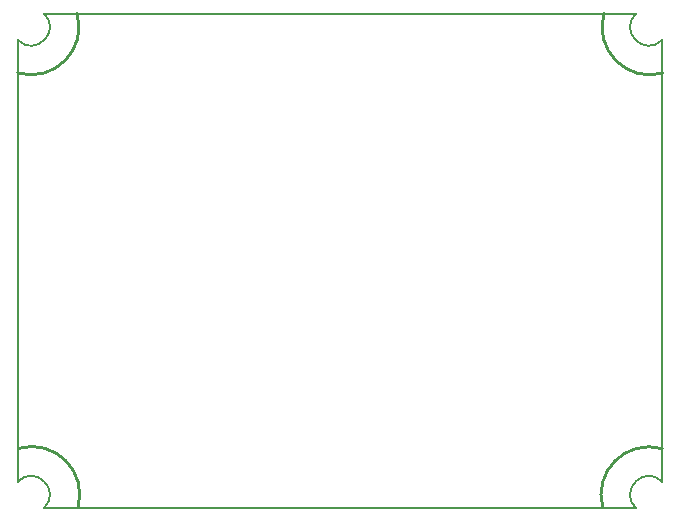
<source format=gko>
G04*
G04 #@! TF.GenerationSoftware,Altium Limited,Altium Designer,24.7.2 (38)*
G04*
G04 Layer_Color=16711935*
%FSLAX44Y44*%
%MOMM*%
G71*
G04*
G04 #@! TF.SameCoordinates,27BF797F-714E-4A77-BE02-AF934A81444A*
G04*
G04*
G04 #@! TF.FilePolarity,Positive*
G04*
G01*
G75*
%ADD13C,0.1270*%
%ADD16C,0.2540*%
D13*
X205Y396445D02*
G03*
X22655Y418895I11225J11225D01*
G01*
Y205D02*
G03*
X205Y22655I-11225J11225D01*
G01*
X545895D02*
G03*
X523445Y205I-11225J-11225D01*
G01*
Y418895D02*
G03*
X545895Y396445I11225J-11225D01*
G01*
X205Y22655D02*
Y396445D01*
X545895D02*
X546100D01*
Y22110D02*
Y396445D01*
X22655Y418895D02*
X523445D01*
X22655Y205D02*
X523826D01*
D16*
X51121Y421D02*
G03*
X837Y50705I-39059J11225D01*
G01*
X545895Y50489D02*
G03*
X495611Y205I-11225J-39059D01*
G01*
X496503Y418840D02*
G03*
X546787Y368555I39059J-11225D01*
G01*
X205Y368611D02*
G03*
X50489Y418895I11225J39059D01*
G01*
M02*

</source>
